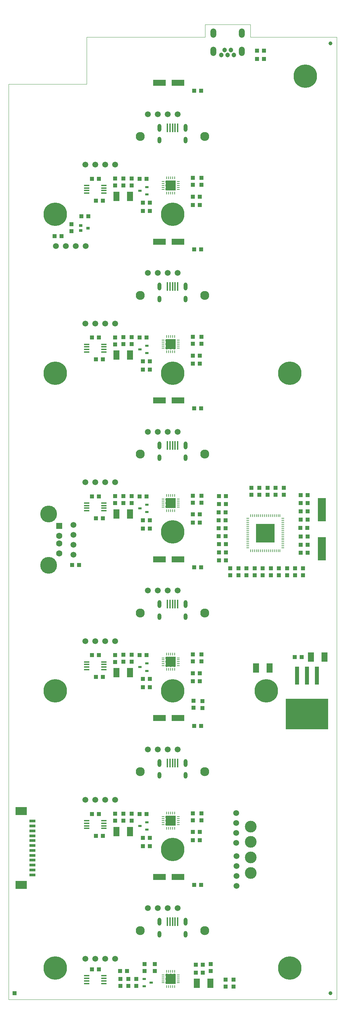
<source format=gbr>
%FSLAX33Y33*%
%MOMM*%
G04 EasyPC Gerber Version 16.0.6 Build 3249 *
%ADD106O,1.00000X1.70000*%
%ADD105O,1.00000X2.00000*%
%ADD103O,1.50000X2.40000*%
%ADD94R,0.28000X0.80000*%
%ADD104R,0.40000X2.20000*%
%ADD15R,1.00000X1.10000*%
%ADD101R,1.10000X4.60000*%
%ADD71R,1.65000X2.40000*%
%ADD20R,2.10000X6.00000*%
%ADD93R,1.00000X1.00000*%
%ADD16R,1.60000X1.60000*%
%ADD97R,2.60000X2.60000*%
%ADD96R,4.70000X4.70000*%
%ADD73C,0.12000*%
%ADD85C,0.70000*%
%ADD25C,0.80000*%
%ADD10C,1.00000*%
%ADD21C,1.20000*%
%ADD13C,1.50000*%
%ADD17C,1.60000*%
%ADD107C,2.30000*%
%ADD19C,3.00000*%
%ADD95R,0.80000X0.28000*%
%ADD108R,1.45000X0.45000*%
%ADD98R,0.90000X0.60000*%
%ADD100R,0.90000X0.70000*%
%ADD109R,1.60000X0.70000*%
%ADD14R,1.10000X1.00000*%
%ADD18C,4.30000*%
%ADD99R,3.20000X1.60000*%
%ADD24C,6.00000*%
%ADD110R,3.00000X2.10000*%
%ADD102R,10.80000X7.90000*%
X0Y0D02*
D02*
D10*
X99750Y36400D03*
Y279200D03*
D02*
D13*
X29490Y227400D03*
X32030D03*
X33950Y148490D03*
Y151030D03*
Y153570D03*
Y156110D03*
X34570Y227400D03*
X37040Y45200D03*
Y85800D03*
Y126400D03*
Y167000D03*
Y207600D03*
Y248200D03*
X37110Y227400D03*
X39580Y45200D03*
Y85800D03*
Y126400D03*
Y167000D03*
Y207600D03*
Y248200D03*
X42120Y45200D03*
Y85800D03*
Y126400D03*
Y167000D03*
Y207600D03*
Y248200D03*
X44660Y45200D03*
Y85800D03*
Y126400D03*
Y167000D03*
Y207600D03*
Y248200D03*
X53040Y58100D03*
Y98700D03*
Y139300D03*
Y179900D03*
Y220500D03*
Y261100D03*
X55580Y58100D03*
Y98700D03*
Y139300D03*
Y179900D03*
Y220500D03*
Y261100D03*
X58120Y58100D03*
Y98700D03*
Y139300D03*
Y179900D03*
Y220500D03*
Y261100D03*
X60660Y58100D03*
Y98700D03*
Y139300D03*
Y179900D03*
Y220500D03*
Y261100D03*
X75650Y74790D03*
Y77330D03*
Y79870D03*
Y82410D03*
X75700Y63790D03*
Y66330D03*
Y68870D03*
Y71410D03*
D02*
D14*
X29161Y229900D03*
X30939D03*
X33661Y145850D03*
X35439D03*
X36011Y235000D03*
X37789D03*
X38761Y42500D03*
X38761Y82200D03*
Y122800D03*
Y163400D03*
Y204000D03*
Y244600D03*
X39761Y76600D03*
Y117200D03*
Y157800D03*
Y198400D03*
Y239000D03*
X40539Y42500D03*
X40539Y82200D03*
Y122800D03*
Y163400D03*
Y204000D03*
Y244600D03*
X41539Y76600D03*
Y117200D03*
Y157800D03*
Y198400D03*
Y239000D03*
X45961Y42050D03*
X47739D03*
X50911Y82200D03*
Y122800D03*
Y163400D03*
Y204000D03*
Y244600D03*
X51761Y74000D03*
Y76100D03*
Y114600D03*
Y116700D03*
Y155200D03*
Y157300D03*
Y195800D03*
Y197900D03*
Y236400D03*
Y238500D03*
X52689Y82200D03*
Y122800D03*
Y163400D03*
Y204000D03*
Y244600D03*
X53539Y74000D03*
Y76100D03*
Y114600D03*
Y116700D03*
Y155200D03*
Y157300D03*
Y195800D03*
Y197900D03*
Y236400D03*
Y238500D03*
X64561Y75500D03*
Y77600D03*
Y116100D03*
Y118200D03*
Y156700D03*
Y158800D03*
Y197300D03*
Y199400D03*
Y237900D03*
Y240000D03*
X64861Y64100D03*
Y104700D03*
Y145300D03*
Y185900D03*
Y226500D03*
Y267100D03*
X65311Y41650D03*
Y43700D03*
X66339Y75500D03*
Y77600D03*
Y116100D03*
Y118200D03*
Y156700D03*
Y158800D03*
Y197300D03*
Y199400D03*
Y237900D03*
Y240000D03*
X66639Y64100D03*
Y104700D03*
Y145300D03*
Y185900D03*
Y226500D03*
Y267100D03*
X67089Y41650D03*
Y43700D03*
X71161Y153200D03*
Y155250D03*
Y157300D03*
Y159350D03*
X71211Y147050D03*
Y149100D03*
Y151150D03*
Y161400D03*
Y163450D03*
X72939Y153200D03*
Y155250D03*
Y157300D03*
Y159350D03*
X72989Y147050D03*
Y149100D03*
Y151150D03*
Y161400D03*
Y163450D03*
X80961Y275200D03*
Y277300D03*
X82739Y275200D03*
Y277300D03*
X90661Y122300D03*
X92061Y155350D03*
X92111Y157450D03*
Y159550D03*
Y161650D03*
Y163700D03*
X92161Y148950D03*
Y151050D03*
Y153150D03*
X92439Y122300D03*
X93839Y155350D03*
X93889Y157450D03*
Y159550D03*
Y161650D03*
Y163700D03*
X93939Y148950D03*
Y151050D03*
Y153150D03*
D02*
D15*
X33500Y231211D03*
Y232989D03*
X44650Y80461D03*
Y82239D03*
Y121061D03*
Y122839D03*
Y161661D03*
Y163439D03*
Y202261D03*
Y204039D03*
Y242861D03*
Y244639D03*
X46000Y38211D03*
Y39989D03*
X46750Y80511D03*
Y82289D03*
Y121111D03*
Y122889D03*
Y161711D03*
Y163489D03*
Y202311D03*
Y204089D03*
Y242911D03*
Y244689D03*
X48050Y38211D03*
Y39989D03*
X48850Y80511D03*
Y82289D03*
Y121111D03*
Y122889D03*
Y161711D03*
Y163489D03*
Y202311D03*
Y204089D03*
Y242911D03*
Y244689D03*
X50100Y38211D03*
Y39989D03*
X52150Y42061D03*
Y43839D03*
X54850Y42061D03*
Y43839D03*
X64550Y80611D03*
Y82389D03*
Y121211D03*
Y122989D03*
Y161811D03*
Y163589D03*
Y202411D03*
Y204189D03*
Y243011D03*
Y244789D03*
X64750Y109361D03*
Y111139D03*
X66750Y80611D03*
Y82389D03*
Y121211D03*
Y122989D03*
Y161811D03*
Y163589D03*
Y202411D03*
Y204189D03*
Y243011D03*
Y244789D03*
X67000Y109311D03*
Y111089D03*
X69100Y42011D03*
Y43789D03*
X72950Y38111D03*
Y39889D03*
X74150Y143211D03*
Y144989D03*
X75000Y38111D03*
Y39889D03*
X76250Y143211D03*
Y144989D03*
X78300Y143211D03*
Y144989D03*
X79500Y163811D03*
Y165589D03*
X80400Y143211D03*
Y144989D03*
X81600Y163811D03*
Y165589D03*
X82450Y143211D03*
Y144989D03*
X83650Y163811D03*
Y165589D03*
X84550Y143261D03*
Y145039D03*
X85750Y163811D03*
Y165589D03*
X86600Y143261D03*
Y145039D03*
X87850Y163811D03*
Y165589D03*
X88650Y143261D03*
Y145039D03*
X90700Y143261D03*
Y145039D03*
X92750Y143261D03*
Y145039D03*
D02*
D16*
X30350Y155820D03*
D02*
D17*
Y148820D03*
Y151320D03*
Y153320D03*
D02*
D18*
X27640Y145750D03*
Y158890D03*
D02*
D19*
X79350Y67110D03*
Y71070D03*
Y75030D03*
Y78990D03*
D02*
D71*
X45024Y77700D03*
Y118300D03*
Y158900D03*
Y199500D03*
Y240100D03*
X48475Y77700D03*
Y118300D03*
Y158900D03*
Y199500D03*
Y240100D03*
X65575Y38950D03*
X69027D03*
X80723Y119500D03*
X84175D03*
X94775Y122350D03*
X98227D03*
D02*
D20*
X97600Y150000D03*
Y160000D03*
D02*
D21*
X71850Y276275D03*
X72650Y277475D03*
X73450Y276275D03*
X74250Y277475D03*
X75050Y276275D03*
D02*
D24*
X29350Y42800D03*
Y113700D03*
Y194900D03*
Y235500D03*
X59350Y73100D03*
Y113700D03*
Y154300D03*
Y194900D03*
Y235500D03*
X83350Y113700D03*
X89350Y42800D03*
Y194900D03*
X93350Y270800D03*
D02*
D25*
X81300Y152200D03*
Y153400D03*
Y154600D03*
Y155800D03*
X82500Y152200D03*
Y153400D03*
Y154600D03*
Y155800D03*
X83700Y152200D03*
Y153400D03*
Y154600D03*
Y155800D03*
X84900Y152200D03*
Y153400D03*
Y154600D03*
Y155800D03*
D02*
D73*
X17350Y34800D02*
Y268800D01*
X37350*
Y280800*
X67650*
Y284050*
X79250*
Y280800*
X101350*
Y34800*
X17350*
D02*
D85*
X57900Y39100D03*
Y40050D03*
Y41000D03*
X57900Y79550D03*
Y80500D03*
Y81450D03*
Y120150D03*
Y121100D03*
Y122050D03*
Y160750D03*
Y161700D03*
Y162650D03*
Y201350D03*
Y202300D03*
Y203250D03*
Y241950D03*
Y242900D03*
Y243850D03*
X58850Y39100D03*
Y40050D03*
Y41000D03*
X58850Y79550D03*
Y80500D03*
Y81450D03*
Y120150D03*
Y121100D03*
Y122050D03*
Y160750D03*
Y161700D03*
Y162650D03*
Y201350D03*
Y202300D03*
Y203250D03*
Y241950D03*
Y242900D03*
Y243850D03*
X59800Y39100D03*
Y40050D03*
Y41000D03*
X59800Y79550D03*
Y80500D03*
Y81450D03*
Y120150D03*
Y121100D03*
Y122050D03*
Y160750D03*
Y161700D03*
Y162650D03*
Y201350D03*
Y202300D03*
Y203250D03*
Y241950D03*
Y242900D03*
Y243850D03*
D02*
D93*
X18950Y36400D03*
D02*
D94*
X57850Y38100D03*
Y42000D03*
X57850Y78550D03*
Y82450D03*
Y119150D03*
Y123050D03*
Y159750D03*
Y163650D03*
Y200350D03*
Y204250D03*
Y240950D03*
Y244850D03*
X58350Y38100D03*
Y42000D03*
X58350Y78550D03*
Y82450D03*
Y119150D03*
Y123050D03*
Y159750D03*
Y163650D03*
Y200350D03*
Y204250D03*
Y240950D03*
Y244850D03*
X58850Y38100D03*
Y42000D03*
X58850Y78550D03*
Y82450D03*
Y119150D03*
Y123050D03*
Y159750D03*
Y163650D03*
Y200350D03*
Y204250D03*
Y240950D03*
Y244850D03*
X59350Y38100D03*
Y42000D03*
X59350Y78550D03*
Y82450D03*
Y119150D03*
Y123050D03*
Y159750D03*
Y163650D03*
Y200350D03*
Y204250D03*
Y240950D03*
Y244850D03*
X59850Y38100D03*
Y42000D03*
X59850Y78550D03*
Y82450D03*
Y119150D03*
Y123050D03*
Y159750D03*
Y163650D03*
Y200350D03*
Y204250D03*
Y240950D03*
Y244850D03*
X79350Y149500D03*
Y158500D03*
X79850Y149500D03*
Y158500D03*
X80350Y149500D03*
Y158500D03*
X80850Y149500D03*
Y158500D03*
X81350Y149500D03*
Y158500D03*
X81850Y149500D03*
Y158500D03*
X82350Y149500D03*
Y158500D03*
X82850Y149500D03*
Y158500D03*
X83350Y149500D03*
Y158500D03*
X83850Y149500D03*
Y158500D03*
X84350Y149500D03*
Y158500D03*
X84850Y149500D03*
Y158500D03*
X85350Y149500D03*
Y158500D03*
X85850Y149500D03*
Y158500D03*
X86350Y149500D03*
Y158500D03*
X86850Y149500D03*
Y158500D03*
D02*
D95*
X56900Y39050D03*
Y39550D03*
Y40050D03*
Y40550D03*
Y41050D03*
X56900Y79500D03*
Y80000D03*
Y80500D03*
Y81000D03*
Y81500D03*
Y120100D03*
Y120600D03*
Y121100D03*
Y121600D03*
Y122100D03*
Y160700D03*
Y161200D03*
Y161700D03*
Y162200D03*
Y162700D03*
Y201300D03*
Y201800D03*
Y202300D03*
Y202800D03*
Y203300D03*
Y241900D03*
Y242400D03*
Y242900D03*
Y243400D03*
Y243900D03*
X60800Y39050D03*
Y39550D03*
Y40050D03*
Y40550D03*
Y41050D03*
X60800Y79500D03*
Y80000D03*
Y80500D03*
Y81000D03*
Y81500D03*
Y120100D03*
Y120600D03*
Y121100D03*
Y121600D03*
Y122100D03*
Y160700D03*
Y161200D03*
Y161700D03*
Y162200D03*
Y162700D03*
Y201300D03*
Y201800D03*
Y202300D03*
Y202800D03*
Y203300D03*
Y241900D03*
Y242400D03*
Y242900D03*
Y243400D03*
Y243900D03*
X78600Y150250D03*
Y150750D03*
Y151250D03*
Y151750D03*
Y152250D03*
Y152750D03*
Y153250D03*
Y153750D03*
Y154250D03*
Y154750D03*
Y155250D03*
Y155750D03*
Y156250D03*
Y156750D03*
Y157250D03*
Y157750D03*
X87600Y150250D03*
Y150750D03*
Y151250D03*
Y151750D03*
Y152250D03*
Y152750D03*
Y153250D03*
Y153750D03*
Y154250D03*
Y154750D03*
Y155250D03*
Y155750D03*
Y156250D03*
Y156750D03*
Y157250D03*
Y157750D03*
D02*
D96*
X83100Y154000D03*
D02*
D97*
X58850Y40050D03*
X58850Y80500D03*
Y121100D03*
Y161700D03*
Y202300D03*
Y242900D03*
D02*
D98*
X51000Y79150D03*
Y119750D03*
Y160350D03*
Y200950D03*
Y241550D03*
X52100Y38150D03*
Y40050D03*
X52800Y78200D03*
Y80100D03*
Y118800D03*
Y120700D03*
Y159400D03*
Y161300D03*
Y200000D03*
Y201900D03*
Y240600D03*
Y242500D03*
X53900Y39100D03*
D02*
D99*
X56000Y66100D03*
Y106700D03*
Y147300D03*
Y187900D03*
Y228500D03*
Y269100D03*
X60700Y66100D03*
Y106700D03*
Y147300D03*
Y187900D03*
Y228500D03*
Y269100D03*
D02*
D100*
X35850Y231350D03*
Y232650D03*
X37750Y232000D03*
D02*
D101*
X91210Y117575D03*
X93750D03*
X96290D03*
D02*
D102*
X93775Y107725D03*
D02*
D103*
X69800Y277175D03*
Y281825D03*
X77100Y277175D03*
Y281825D03*
D02*
D104*
X58050Y54625D03*
Y95225D03*
Y135825D03*
Y176425D03*
Y217025D03*
Y257625D03*
X58700Y54625D03*
Y95225D03*
Y135825D03*
Y176425D03*
Y217025D03*
Y257625D03*
X59350Y54625D03*
Y95225D03*
Y135825D03*
Y176425D03*
Y217025D03*
Y257625D03*
X60000Y54625D03*
Y95225D03*
Y135825D03*
Y176425D03*
Y217025D03*
Y257625D03*
X60650Y54625D03*
Y95225D03*
Y135825D03*
Y176425D03*
Y217025D03*
Y257625D03*
D02*
D105*
X56025Y54625D03*
Y95225D03*
Y135825D03*
Y176425D03*
Y217025D03*
Y257625D03*
X62675Y54625D03*
Y95225D03*
Y135825D03*
Y176425D03*
Y217025D03*
Y257625D03*
D02*
D106*
X56025Y51475D03*
Y92075D03*
Y132675D03*
Y173275D03*
Y213875D03*
Y254475D03*
X62675Y51475D03*
Y92075D03*
Y132675D03*
Y173275D03*
Y213875D03*
Y254475D03*
D02*
D107*
X51075Y52395D03*
Y92995D03*
Y133595D03*
Y174195D03*
Y214795D03*
Y255395D03*
X67625Y52395D03*
Y92995D03*
Y133595D03*
Y174195D03*
Y214795D03*
Y255395D03*
D02*
D108*
X37350Y38875D03*
Y39525D03*
Y40175D03*
Y40825D03*
X37350Y78525D03*
Y79175D03*
Y79825D03*
Y80475D03*
Y119125D03*
Y119775D03*
Y120425D03*
Y121075D03*
Y159725D03*
Y160375D03*
Y161025D03*
Y161675D03*
Y200325D03*
Y200975D03*
Y201625D03*
Y202275D03*
Y240925D03*
Y241575D03*
Y242225D03*
Y242875D03*
X41750Y38875D03*
Y39525D03*
Y40175D03*
Y40825D03*
X41750Y78525D03*
Y79175D03*
Y79825D03*
Y80475D03*
Y119125D03*
Y119775D03*
Y120425D03*
Y121075D03*
Y159725D03*
Y160375D03*
Y161025D03*
Y161675D03*
Y200325D03*
Y200975D03*
Y201625D03*
Y202275D03*
Y240925D03*
Y241575D03*
Y242225D03*
Y242875D03*
D02*
D109*
X23500Y66625D03*
Y67875D03*
Y69125D03*
Y70375D03*
Y71625D03*
Y72875D03*
Y74125D03*
Y75375D03*
Y76625D03*
Y77875D03*
Y79125D03*
Y80375D03*
D02*
D110*
X20600Y64075D03*
Y82925D03*
X0Y0D02*
M02*

</source>
